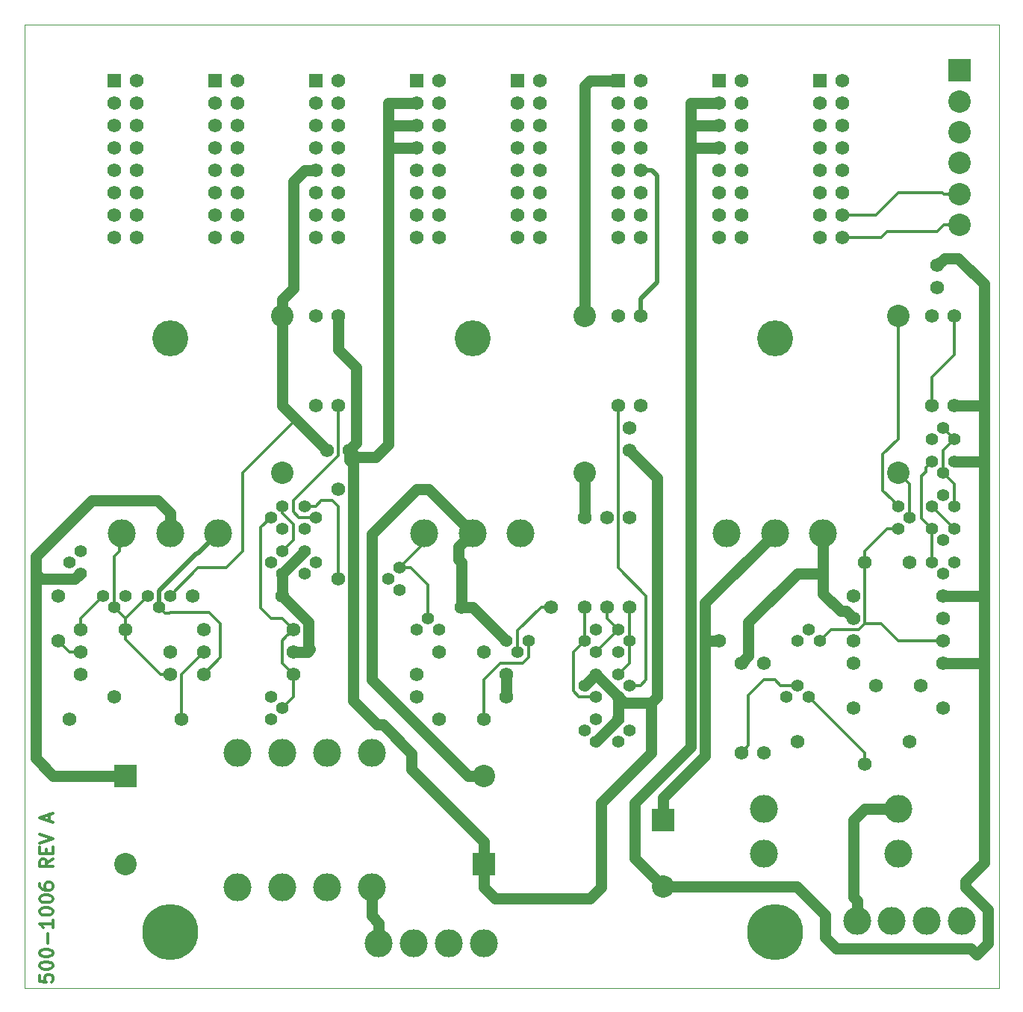
<source format=gtl>
G04 #@! TF.FileFunction,Copper,L1,Top,Signal*
%FSLAX46Y46*%
G04 Gerber Fmt 4.6, Leading zero omitted, Abs format (unit mm)*
G04 Created by KiCad (PCBNEW 4.0.6) date 04/10/17 20:11:08*
%MOMM*%
%LPD*%
G01*
G04 APERTURE LIST*
%ADD10C,0.100000*%
%ADD11C,0.300000*%
%ADD12C,0.025400*%
%ADD13C,1.574800*%
%ADD14R,2.540000X2.540000*%
%ADD15C,2.540000*%
%ADD16C,3.175000*%
%ADD17R,1.574800X1.574800*%
%ADD18C,1.397000*%
%ADD19C,6.350000*%
%ADD20C,4.064000*%
%ADD21C,0.304800*%
%ADD22C,1.270000*%
%ADD23C,0.508000*%
G04 APERTURE END LIST*
D10*
D11*
X103318571Y-145874283D02*
X103318571Y-146588569D01*
X104032857Y-146659998D01*
X103961429Y-146588569D01*
X103890000Y-146445712D01*
X103890000Y-146088569D01*
X103961429Y-145945712D01*
X104032857Y-145874283D01*
X104175714Y-145802855D01*
X104532857Y-145802855D01*
X104675714Y-145874283D01*
X104747143Y-145945712D01*
X104818571Y-146088569D01*
X104818571Y-146445712D01*
X104747143Y-146588569D01*
X104675714Y-146659998D01*
X103318571Y-144874284D02*
X103318571Y-144731427D01*
X103390000Y-144588570D01*
X103461429Y-144517141D01*
X103604286Y-144445712D01*
X103890000Y-144374284D01*
X104247143Y-144374284D01*
X104532857Y-144445712D01*
X104675714Y-144517141D01*
X104747143Y-144588570D01*
X104818571Y-144731427D01*
X104818571Y-144874284D01*
X104747143Y-145017141D01*
X104675714Y-145088570D01*
X104532857Y-145159998D01*
X104247143Y-145231427D01*
X103890000Y-145231427D01*
X103604286Y-145159998D01*
X103461429Y-145088570D01*
X103390000Y-145017141D01*
X103318571Y-144874284D01*
X103318571Y-143445713D02*
X103318571Y-143302856D01*
X103390000Y-143159999D01*
X103461429Y-143088570D01*
X103604286Y-143017141D01*
X103890000Y-142945713D01*
X104247143Y-142945713D01*
X104532857Y-143017141D01*
X104675714Y-143088570D01*
X104747143Y-143159999D01*
X104818571Y-143302856D01*
X104818571Y-143445713D01*
X104747143Y-143588570D01*
X104675714Y-143659999D01*
X104532857Y-143731427D01*
X104247143Y-143802856D01*
X103890000Y-143802856D01*
X103604286Y-143731427D01*
X103461429Y-143659999D01*
X103390000Y-143588570D01*
X103318571Y-143445713D01*
X104247143Y-142302856D02*
X104247143Y-141159999D01*
X104818571Y-139659999D02*
X104818571Y-140517142D01*
X104818571Y-140088570D02*
X103318571Y-140088570D01*
X103532857Y-140231427D01*
X103675714Y-140374285D01*
X103747143Y-140517142D01*
X103318571Y-138731428D02*
X103318571Y-138588571D01*
X103390000Y-138445714D01*
X103461429Y-138374285D01*
X103604286Y-138302856D01*
X103890000Y-138231428D01*
X104247143Y-138231428D01*
X104532857Y-138302856D01*
X104675714Y-138374285D01*
X104747143Y-138445714D01*
X104818571Y-138588571D01*
X104818571Y-138731428D01*
X104747143Y-138874285D01*
X104675714Y-138945714D01*
X104532857Y-139017142D01*
X104247143Y-139088571D01*
X103890000Y-139088571D01*
X103604286Y-139017142D01*
X103461429Y-138945714D01*
X103390000Y-138874285D01*
X103318571Y-138731428D01*
X103318571Y-137302857D02*
X103318571Y-137160000D01*
X103390000Y-137017143D01*
X103461429Y-136945714D01*
X103604286Y-136874285D01*
X103890000Y-136802857D01*
X104247143Y-136802857D01*
X104532857Y-136874285D01*
X104675714Y-136945714D01*
X104747143Y-137017143D01*
X104818571Y-137160000D01*
X104818571Y-137302857D01*
X104747143Y-137445714D01*
X104675714Y-137517143D01*
X104532857Y-137588571D01*
X104247143Y-137660000D01*
X103890000Y-137660000D01*
X103604286Y-137588571D01*
X103461429Y-137517143D01*
X103390000Y-137445714D01*
X103318571Y-137302857D01*
X103318571Y-135517143D02*
X103318571Y-135802857D01*
X103390000Y-135945714D01*
X103461429Y-136017143D01*
X103675714Y-136160000D01*
X103961429Y-136231429D01*
X104532857Y-136231429D01*
X104675714Y-136160000D01*
X104747143Y-136088572D01*
X104818571Y-135945714D01*
X104818571Y-135660000D01*
X104747143Y-135517143D01*
X104675714Y-135445714D01*
X104532857Y-135374286D01*
X104175714Y-135374286D01*
X104032857Y-135445714D01*
X103961429Y-135517143D01*
X103890000Y-135660000D01*
X103890000Y-135945714D01*
X103961429Y-136088572D01*
X104032857Y-136160000D01*
X104175714Y-136231429D01*
X104818571Y-132731429D02*
X104104286Y-133231429D01*
X104818571Y-133588572D02*
X103318571Y-133588572D01*
X103318571Y-133017144D01*
X103390000Y-132874286D01*
X103461429Y-132802858D01*
X103604286Y-132731429D01*
X103818571Y-132731429D01*
X103961429Y-132802858D01*
X104032857Y-132874286D01*
X104104286Y-133017144D01*
X104104286Y-133588572D01*
X104032857Y-132088572D02*
X104032857Y-131588572D01*
X104818571Y-131374286D02*
X104818571Y-132088572D01*
X103318571Y-132088572D01*
X103318571Y-131374286D01*
X103318571Y-130945715D02*
X104818571Y-130445715D01*
X103318571Y-129945715D01*
X104390000Y-128374287D02*
X104390000Y-127660001D01*
X104818571Y-128517144D02*
X103318571Y-128017144D01*
X104818571Y-127517144D01*
D12*
X212090000Y-147320000D02*
X101600000Y-147320000D01*
X212090000Y-38100000D02*
X212090000Y-147320000D01*
X101600000Y-38100000D02*
X212090000Y-38100000D01*
X101600000Y-147320000D02*
X101600000Y-38100000D01*
D13*
X203200000Y-113030000D03*
X198120000Y-113030000D03*
X196850000Y-99060000D03*
X201930000Y-99060000D03*
X205105000Y-67945000D03*
X205105000Y-65405000D03*
X105410000Y-102870000D03*
X105410000Y-107950000D03*
X113030000Y-106680000D03*
X107950000Y-106680000D03*
X135890000Y-86360000D03*
X138430000Y-86360000D03*
X153670000Y-116840000D03*
X148590000Y-116840000D03*
X170180000Y-86360000D03*
X170180000Y-83820000D03*
D14*
X113030000Y-123270000D03*
D15*
X113030000Y-133270000D03*
D14*
X153670000Y-133270000D03*
D15*
X153670000Y-123270000D03*
D14*
X173990000Y-128330000D03*
D15*
X173990000Y-135830000D03*
D13*
X148590000Y-109220000D03*
X153670000Y-109220000D03*
D16*
X125730000Y-120650000D03*
X125730000Y-135890000D03*
X130810000Y-120650000D03*
X130810000Y-135890000D03*
X135890000Y-135890000D03*
X135890000Y-120650000D03*
X140970000Y-135890000D03*
X140970000Y-120650000D03*
X185420000Y-132080000D03*
X200660000Y-132080000D03*
X185420000Y-127000000D03*
X200660000Y-127000000D03*
D17*
X111760000Y-44450000D03*
D13*
X114300000Y-44450000D03*
X111760000Y-46990000D03*
X114300000Y-46990000D03*
X111760000Y-49530000D03*
X114300000Y-49530000D03*
X111760000Y-52070000D03*
X114300000Y-52070000D03*
X111760000Y-54610000D03*
X114300000Y-54610000D03*
X111760000Y-57150000D03*
X114300000Y-57150000D03*
X111760000Y-59690000D03*
X114300000Y-59690000D03*
X111760000Y-62230000D03*
X114300000Y-62230000D03*
D17*
X123190000Y-44450000D03*
D13*
X125730000Y-44450000D03*
X123190000Y-46990000D03*
X125730000Y-46990000D03*
X123190000Y-49530000D03*
X125730000Y-49530000D03*
X123190000Y-52070000D03*
X125730000Y-52070000D03*
X123190000Y-54610000D03*
X125730000Y-54610000D03*
X123190000Y-57150000D03*
X125730000Y-57150000D03*
X123190000Y-59690000D03*
X125730000Y-59690000D03*
X123190000Y-62230000D03*
X125730000Y-62230000D03*
D17*
X134620000Y-44450000D03*
D13*
X137160000Y-44450000D03*
X134620000Y-46990000D03*
X137160000Y-46990000D03*
X134620000Y-49530000D03*
X137160000Y-49530000D03*
X134620000Y-52070000D03*
X137160000Y-52070000D03*
X134620000Y-54610000D03*
X137160000Y-54610000D03*
X134620000Y-57150000D03*
X137160000Y-57150000D03*
X134620000Y-59690000D03*
X137160000Y-59690000D03*
X134620000Y-62230000D03*
X137160000Y-62230000D03*
D17*
X146050000Y-44450000D03*
D13*
X148590000Y-44450000D03*
X146050000Y-46990000D03*
X148590000Y-46990000D03*
X146050000Y-49530000D03*
X148590000Y-49530000D03*
X146050000Y-52070000D03*
X148590000Y-52070000D03*
X146050000Y-54610000D03*
X148590000Y-54610000D03*
X146050000Y-57150000D03*
X148590000Y-57150000D03*
X146050000Y-59690000D03*
X148590000Y-59690000D03*
X146050000Y-62230000D03*
X148590000Y-62230000D03*
D17*
X157480000Y-44450000D03*
D13*
X160020000Y-44450000D03*
X157480000Y-46990000D03*
X160020000Y-46990000D03*
X157480000Y-49530000D03*
X160020000Y-49530000D03*
X157480000Y-52070000D03*
X160020000Y-52070000D03*
X157480000Y-54610000D03*
X160020000Y-54610000D03*
X157480000Y-57150000D03*
X160020000Y-57150000D03*
X157480000Y-59690000D03*
X160020000Y-59690000D03*
X157480000Y-62230000D03*
X160020000Y-62230000D03*
D17*
X168910000Y-44450000D03*
D13*
X171450000Y-44450000D03*
X168910000Y-46990000D03*
X171450000Y-46990000D03*
X168910000Y-49530000D03*
X171450000Y-49530000D03*
X168910000Y-52070000D03*
X171450000Y-52070000D03*
X168910000Y-54610000D03*
X171450000Y-54610000D03*
X168910000Y-57150000D03*
X171450000Y-57150000D03*
X168910000Y-59690000D03*
X171450000Y-59690000D03*
X168910000Y-62230000D03*
X171450000Y-62230000D03*
D17*
X180340000Y-44450000D03*
D13*
X182880000Y-44450000D03*
X180340000Y-46990000D03*
X182880000Y-46990000D03*
X180340000Y-49530000D03*
X182880000Y-49530000D03*
X180340000Y-52070000D03*
X182880000Y-52070000D03*
X180340000Y-54610000D03*
X182880000Y-54610000D03*
X180340000Y-57150000D03*
X182880000Y-57150000D03*
X180340000Y-59690000D03*
X182880000Y-59690000D03*
X180340000Y-62230000D03*
X182880000Y-62230000D03*
D17*
X191770000Y-44450000D03*
D13*
X194310000Y-44450000D03*
X191770000Y-46990000D03*
X194310000Y-46990000D03*
X191770000Y-49530000D03*
X194310000Y-49530000D03*
X191770000Y-52070000D03*
X194310000Y-52070000D03*
X191770000Y-54610000D03*
X194310000Y-54610000D03*
X191770000Y-57150000D03*
X194310000Y-57150000D03*
X191770000Y-59690000D03*
X194310000Y-59690000D03*
X191770000Y-62230000D03*
X194310000Y-62230000D03*
D16*
X207873600Y-139700000D03*
X203911200Y-139700000D03*
X199948800Y-139700000D03*
X195986400Y-139700000D03*
X153670000Y-142240000D03*
X149707600Y-142240000D03*
X145745200Y-142240000D03*
X141782800Y-142240000D03*
D18*
X189230000Y-107950000D03*
X190500000Y-106680000D03*
X191770000Y-107950000D03*
X205740000Y-96520000D03*
X204470000Y-95250000D03*
X207010000Y-95250000D03*
X207010000Y-92710000D03*
X204470000Y-92710000D03*
X205740000Y-91440000D03*
X205740000Y-88900000D03*
X204470000Y-87630000D03*
X207010000Y-87630000D03*
X207010000Y-85090000D03*
X204470000Y-85090000D03*
X205740000Y-83820000D03*
X200660000Y-92710000D03*
X201930000Y-93980000D03*
X200660000Y-95250000D03*
X107950000Y-100330000D03*
X106680000Y-99060000D03*
X107950000Y-97790000D03*
X129540000Y-93980000D03*
X130810000Y-92710000D03*
X130810000Y-95250000D03*
X133350000Y-95250000D03*
X133350000Y-92710000D03*
X134620000Y-93980000D03*
X129540000Y-99060000D03*
X130810000Y-97790000D03*
X130810000Y-100330000D03*
X133350000Y-100330000D03*
X133350000Y-97790000D03*
X134620000Y-99060000D03*
X118110000Y-102870000D03*
X116840000Y-104140000D03*
X115570000Y-102870000D03*
X158750000Y-107950000D03*
X157480000Y-109220000D03*
X156210000Y-107950000D03*
X146050000Y-106680000D03*
X147320000Y-105410000D03*
X148590000Y-106680000D03*
X170180000Y-107950000D03*
X168910000Y-109220000D03*
X168910000Y-106680000D03*
X166370000Y-106680000D03*
X166370000Y-109220000D03*
X165100000Y-107950000D03*
X165100000Y-118110000D03*
X166370000Y-116840000D03*
X166370000Y-119380000D03*
X168910000Y-119380000D03*
X168910000Y-116840000D03*
X170180000Y-118110000D03*
X165100000Y-113030000D03*
X166370000Y-111760000D03*
X166370000Y-114300000D03*
X168910000Y-114300000D03*
X168910000Y-111760000D03*
X170180000Y-113030000D03*
X144145000Y-102235000D03*
X142875000Y-100965000D03*
X144145000Y-99695000D03*
D13*
X195580000Y-115570000D03*
X205740000Y-115570000D03*
X201930000Y-119380000D03*
X196850000Y-121920000D03*
X189230000Y-119380000D03*
X185420000Y-120650000D03*
X185420000Y-110490000D03*
X195580000Y-107950000D03*
X205740000Y-107950000D03*
X195580000Y-102870000D03*
X205740000Y-102870000D03*
X195580000Y-110490000D03*
X205740000Y-110490000D03*
X182880000Y-110490000D03*
X182880000Y-120650000D03*
X195580000Y-105410000D03*
X205740000Y-105410000D03*
X204470000Y-71120000D03*
X204470000Y-81280000D03*
X207010000Y-71120000D03*
X207010000Y-81280000D03*
X132080000Y-106680000D03*
X121920000Y-106680000D03*
X106680000Y-116840000D03*
X111760000Y-114300000D03*
X119380000Y-116840000D03*
X121920000Y-109220000D03*
X132080000Y-109220000D03*
X107950000Y-111760000D03*
X118110000Y-111760000D03*
X120650000Y-102870000D03*
X130810000Y-102870000D03*
X107950000Y-109220000D03*
X118110000Y-109220000D03*
X121920000Y-111760000D03*
X132080000Y-111760000D03*
X137160000Y-90805000D03*
X137160000Y-100965000D03*
X134620000Y-71120000D03*
X134620000Y-81280000D03*
X137160000Y-81280000D03*
X137160000Y-71120000D03*
X146050000Y-114300000D03*
X156210000Y-114300000D03*
X151130000Y-104140000D03*
X161290000Y-104140000D03*
X146050000Y-111760000D03*
X156210000Y-111760000D03*
X165100000Y-93980000D03*
X165100000Y-104140000D03*
X167640000Y-93980000D03*
X167640000Y-104140000D03*
X170180000Y-93980000D03*
X170180000Y-104140000D03*
X168910000Y-71120000D03*
X168910000Y-81280000D03*
X171450000Y-81280000D03*
X171450000Y-71120000D03*
D18*
X187960000Y-114300000D03*
X189230000Y-113030000D03*
X190500000Y-114300000D03*
X129540000Y-114300000D03*
X130810000Y-115570000D03*
X129540000Y-116840000D03*
D15*
X200660000Y-88900000D03*
X200660000Y-71120000D03*
X130810000Y-88900000D03*
X130810000Y-71120000D03*
X165100000Y-71120000D03*
X165100000Y-88900000D03*
D19*
X186690000Y-140970000D03*
X118110000Y-140970000D03*
D18*
X207010000Y-99060000D03*
X205740000Y-100330000D03*
X204470000Y-99060000D03*
X113030000Y-102870000D03*
X111760000Y-104140000D03*
X110490000Y-102870000D03*
D16*
X146939000Y-95758000D03*
X152400000Y-95758000D03*
X157861000Y-95758000D03*
D20*
X152400000Y-73660000D03*
D16*
X112649000Y-95758000D03*
X118110000Y-95758000D03*
X123571000Y-95758000D03*
D20*
X118110000Y-73660000D03*
D16*
X181229000Y-95758000D03*
X186690000Y-95758000D03*
X192151000Y-95758000D03*
D20*
X186690000Y-73660000D03*
D14*
X207645000Y-43320000D03*
D15*
X207645000Y-46820000D03*
X207645000Y-50320000D03*
X207645000Y-53820000D03*
X207645000Y-57320000D03*
X207645000Y-60820000D03*
D13*
X180340000Y-107950000D03*
D21*
X196850000Y-97790000D02*
X196850000Y-99060000D01*
X199390000Y-95250000D02*
X196850000Y-97790000D01*
X200660000Y-95250000D02*
X199390000Y-95250000D01*
X196850000Y-99060000D02*
X196850000Y-105410000D01*
X196850000Y-106045000D02*
X196850000Y-105410000D01*
X198755000Y-106045000D02*
X196850000Y-106045000D01*
X200660000Y-107950000D02*
X198755000Y-106045000D01*
X204626449Y-107950000D02*
X200660000Y-107950000D01*
X205740000Y-107950000D02*
X204626449Y-107950000D01*
X193040000Y-106680000D02*
X191770000Y-107950000D01*
X196850000Y-106045000D02*
X196215000Y-106680000D01*
X196215000Y-106680000D02*
X193040000Y-106680000D01*
X204470000Y-99060000D02*
X204470000Y-95250000D01*
X203314299Y-94094299D02*
X204470000Y-95250000D01*
X203771501Y-88836501D02*
X203314299Y-89293703D01*
X203314299Y-89293703D02*
X203314299Y-94094299D01*
X204470000Y-87630000D02*
X203771501Y-88328499D01*
X203771501Y-88328499D02*
X203771501Y-88836501D01*
X200660000Y-71120000D02*
X200660000Y-85090000D01*
X200660000Y-85090000D02*
X198932799Y-86817201D01*
X199961501Y-92011501D02*
X200660000Y-92710000D01*
X198932799Y-86817201D02*
X198932799Y-90982799D01*
X198932799Y-90982799D02*
X199961501Y-92011501D01*
D22*
X210400901Y-67525901D02*
X210400901Y-81280000D01*
X205105000Y-65405000D02*
X205892399Y-64617601D01*
X205892399Y-64617601D02*
X207492601Y-64617601D01*
X207492601Y-64617601D02*
X210400901Y-67525901D01*
X210400901Y-81280000D02*
X210400901Y-87630000D01*
X130810000Y-102870000D02*
X133807201Y-105867201D01*
X133807201Y-105867201D02*
X133807201Y-108762799D01*
X133807201Y-108762799D02*
X133985000Y-108940598D01*
X133985000Y-108940598D02*
X133705598Y-109220000D01*
X133705598Y-109220000D02*
X132080000Y-109220000D01*
X130810000Y-102870000D02*
X130810000Y-100330000D01*
X130810000Y-100330000D02*
X133350000Y-97790000D01*
X142875000Y-46990000D02*
X146050000Y-46990000D01*
X142875000Y-49530000D02*
X142875000Y-46990000D01*
X142875000Y-49530000D02*
X146050000Y-49530000D01*
X142875000Y-52070000D02*
X142875000Y-49530000D01*
X142875000Y-52070000D02*
X146050000Y-52070000D01*
X142875000Y-85725000D02*
X142875000Y-52070000D01*
X141452601Y-87147399D02*
X142875000Y-85725000D01*
X138430000Y-86360000D02*
X139217399Y-87147399D01*
X139217399Y-87147399D02*
X141452601Y-87147399D01*
X141605000Y-117475000D02*
X138887201Y-114757201D01*
X138887201Y-114757201D02*
X138887201Y-87930752D01*
X138887201Y-87930752D02*
X138430000Y-87473551D01*
X138430000Y-87473551D02*
X138430000Y-86360000D01*
X142240000Y-117475000D02*
X141605000Y-117475000D01*
X145495000Y-120730000D02*
X142240000Y-117475000D01*
X145495000Y-122555000D02*
X145495000Y-120730000D01*
X153670000Y-133270000D02*
X153670000Y-130730000D01*
X153670000Y-130730000D02*
X145495000Y-122555000D01*
X156210000Y-111760000D02*
X156210000Y-114300000D01*
X165100000Y-113030000D02*
X166370000Y-111760000D01*
X168910000Y-114300000D02*
X166370000Y-111760000D01*
X168910000Y-116840000D02*
X168910000Y-114300000D01*
X166370000Y-119380000D02*
X168910000Y-116840000D01*
X172656501Y-114998499D02*
X172656501Y-120713499D01*
X172656501Y-120713499D02*
X167005000Y-126365000D01*
X167005000Y-126365000D02*
X167005000Y-135890000D01*
X167005000Y-135890000D02*
X165735000Y-137160000D01*
X165735000Y-137160000D02*
X154940000Y-137160000D01*
X154940000Y-137160000D02*
X153670000Y-135890000D01*
X153670000Y-135890000D02*
X153670000Y-133270000D01*
X172656501Y-114998499D02*
X169608499Y-114998499D01*
X173355000Y-114300000D02*
X172656501Y-114998499D01*
X169608499Y-114998499D02*
X168910000Y-114300000D01*
X210400901Y-102870000D02*
X210400901Y-110490000D01*
X210400901Y-110490000D02*
X210400901Y-133134099D01*
X205740000Y-110490000D02*
X210400901Y-110490000D01*
X210400901Y-87630000D02*
X210400901Y-102870000D01*
X205740000Y-102870000D02*
X210400901Y-102870000D01*
X207010000Y-87630000D02*
X210400901Y-87630000D01*
X207010000Y-81280000D02*
X210400901Y-81280000D01*
X208915000Y-142875000D02*
X193675000Y-142875000D01*
X210820000Y-138430000D02*
X210820000Y-142240000D01*
X208280000Y-135255000D02*
X208280000Y-135890000D01*
X210400901Y-133134099D02*
X208280000Y-135255000D01*
X189170000Y-135830000D02*
X173990000Y-135830000D01*
X208280000Y-135890000D02*
X210820000Y-138430000D01*
X210820000Y-142240000D02*
X209550000Y-143510000D01*
X209550000Y-143510000D02*
X208915000Y-142875000D01*
X193675000Y-142875000D02*
X192405000Y-141605000D01*
X192405000Y-141605000D02*
X192405000Y-139065000D01*
X192405000Y-139065000D02*
X189170000Y-135830000D01*
X177165000Y-46990000D02*
X180340000Y-46990000D01*
X177165000Y-49530000D02*
X177165000Y-46990000D01*
X180340000Y-49530000D02*
X177165000Y-49530000D01*
X177165000Y-49530000D02*
X177165000Y-52070000D01*
X177165000Y-52070000D02*
X180340000Y-52070000D01*
X177165000Y-120015000D02*
X177165000Y-52070000D01*
X170815000Y-132655000D02*
X170815000Y-126365000D01*
X170815000Y-126365000D02*
X177165000Y-120015000D01*
X173990000Y-135830000D02*
X170815000Y-132655000D01*
X137160000Y-71120000D02*
X137160000Y-74930000D01*
X137160000Y-74930000D02*
X139217399Y-76987399D01*
X139217399Y-76987399D02*
X139217399Y-85572601D01*
X139217399Y-85572601D02*
X138430000Y-86360000D01*
X170180000Y-86360000D02*
X173355000Y-89535000D01*
X173355000Y-89535000D02*
X173355000Y-114300000D01*
D21*
X113030000Y-106680000D02*
X113030000Y-107793551D01*
X113030000Y-107793551D02*
X116996449Y-111760000D01*
X116996449Y-111760000D02*
X118110000Y-111760000D01*
X114871501Y-103568499D02*
X113030000Y-105410000D01*
X115570000Y-102870000D02*
X114871501Y-103568499D01*
X112395000Y-97790000D02*
X112395000Y-96012000D01*
X112395000Y-96012000D02*
X112649000Y-95758000D01*
X111760000Y-98425000D02*
X112395000Y-97790000D01*
X111760000Y-104140000D02*
X111760000Y-98425000D01*
X113030000Y-106680000D02*
X113030000Y-105410000D01*
X113030000Y-105410000D02*
X111760000Y-104140000D01*
X105410000Y-107950000D02*
X106680000Y-109220000D01*
X106680000Y-109220000D02*
X107950000Y-109220000D01*
X110490000Y-102870000D02*
X107950000Y-105410000D01*
X107950000Y-105410000D02*
X107950000Y-106680000D01*
X132080000Y-96520000D02*
X130810000Y-97790000D01*
X132080000Y-94809562D02*
X132080000Y-96520000D01*
X130810000Y-92710000D02*
X130810000Y-93539562D01*
X130810000Y-93539562D02*
X132080000Y-94809562D01*
D23*
X173355000Y-55245000D02*
X172720000Y-54610000D01*
X172720000Y-54610000D02*
X171450000Y-54610000D01*
X173355000Y-67310000D02*
X173355000Y-55245000D01*
X171450000Y-69215000D02*
X173355000Y-67310000D01*
X171450000Y-71120000D02*
X171450000Y-69215000D01*
D22*
X135890000Y-86360000D02*
X132715000Y-83185000D01*
X132715000Y-83185000D02*
X130810000Y-81280000D01*
D21*
X126365000Y-88900000D02*
X132080000Y-83185000D01*
X132080000Y-83185000D02*
X132715000Y-83185000D01*
X126365000Y-97790000D02*
X126365000Y-88900000D01*
X124460000Y-99695000D02*
X126365000Y-97790000D01*
X121285000Y-99695000D02*
X124460000Y-99695000D01*
X118110000Y-102870000D02*
X121285000Y-99695000D01*
D22*
X130810000Y-81280000D02*
X130810000Y-71120000D01*
X133350000Y-54610000D02*
X134620000Y-54610000D01*
X132080000Y-55880000D02*
X133350000Y-54610000D01*
X132080000Y-68053949D02*
X132080000Y-55880000D01*
X130810000Y-71120000D02*
X130810000Y-69323949D01*
X130810000Y-69323949D02*
X132080000Y-68053949D01*
D21*
X145415000Y-99695000D02*
X144145000Y-99695000D01*
X147320000Y-101600000D02*
X145415000Y-99695000D01*
X147320000Y-105410000D02*
X147320000Y-101600000D01*
X144145000Y-99695000D02*
X146939000Y-96901000D01*
X146939000Y-96901000D02*
X146939000Y-95758000D01*
X158750000Y-107950000D02*
X158750000Y-109855000D01*
X158750000Y-109855000D02*
X158115000Y-110490000D01*
X158115000Y-110490000D02*
X155575000Y-110490000D01*
X155575000Y-110490000D02*
X153670000Y-112395000D01*
X153670000Y-112395000D02*
X153670000Y-116840000D01*
D22*
X165100000Y-71120000D02*
X165100000Y-45085000D01*
X165100000Y-45085000D02*
X165735000Y-44450000D01*
X165735000Y-44450000D02*
X168910000Y-44450000D01*
D21*
X187325000Y-113030000D02*
X189230000Y-113030000D01*
X186690000Y-112395000D02*
X187325000Y-113030000D01*
X185420000Y-112395000D02*
X186690000Y-112395000D01*
X183667399Y-114147601D02*
X185420000Y-112395000D01*
X182880000Y-120650000D02*
X183667399Y-119862601D01*
X183667399Y-119862601D02*
X183667399Y-114147601D01*
X204470000Y-92710000D02*
X207010000Y-95250000D01*
X207010000Y-90170000D02*
X205740000Y-88900000D01*
X207010000Y-92710000D02*
X207010000Y-90170000D01*
X207010000Y-85090000D02*
X205740000Y-86360000D01*
X205740000Y-86360000D02*
X205740000Y-88900000D01*
X205740000Y-83820000D02*
X207010000Y-85090000D01*
X207010000Y-71120000D02*
X207010000Y-75565000D01*
X207010000Y-75565000D02*
X204470000Y-78105000D01*
X204470000Y-78105000D02*
X204470000Y-81280000D01*
X132080000Y-111760000D02*
X132080000Y-114300000D01*
X132080000Y-114300000D02*
X130810000Y-115570000D01*
X130810000Y-107950000D02*
X130810000Y-110490000D01*
X130810000Y-110490000D02*
X132080000Y-111760000D01*
X131292601Y-107467399D02*
X130810000Y-107950000D01*
X132080000Y-106680000D02*
X131292601Y-107467399D01*
X129540000Y-105410000D02*
X130810000Y-105410000D01*
X130810000Y-105410000D02*
X132080000Y-106680000D01*
X128384299Y-104254299D02*
X129540000Y-105410000D01*
X129540000Y-93980000D02*
X128384299Y-95135701D01*
X128384299Y-95135701D02*
X128384299Y-104254299D01*
X135255000Y-92075000D02*
X134620000Y-92710000D01*
X134620000Y-92710000D02*
X133350000Y-92710000D01*
X136525000Y-92075000D02*
X135255000Y-92075000D01*
X137160000Y-92710000D02*
X136525000Y-92075000D01*
X137160000Y-100965000D02*
X137160000Y-92710000D01*
X134620000Y-93980000D02*
X132715000Y-93980000D01*
X132715000Y-93980000D02*
X132080000Y-93345000D01*
X132080000Y-93345000D02*
X132080000Y-92075000D01*
X132080000Y-92075000D02*
X137160000Y-86995000D01*
X137160000Y-86995000D02*
X137160000Y-81280000D01*
X161290000Y-104140000D02*
X160176449Y-104140000D01*
X160176449Y-104140000D02*
X157480000Y-106836449D01*
X157480000Y-106836449D02*
X157480000Y-109220000D01*
X170180000Y-107950000D02*
X170180000Y-110490000D01*
X170180000Y-110490000D02*
X168910000Y-111760000D01*
X170180000Y-104140000D02*
X170180000Y-105253551D01*
X170180000Y-105253551D02*
X170180000Y-107950000D01*
X167640000Y-104140000D02*
X167640000Y-105410000D01*
X167640000Y-105410000D02*
X168910000Y-106680000D01*
X168910000Y-106680000D02*
X168211501Y-107378499D01*
X168211501Y-107378499D02*
X166370000Y-109220000D01*
X163830000Y-113665000D02*
X164465000Y-114300000D01*
X164465000Y-114300000D02*
X166370000Y-114300000D01*
X163830000Y-109220000D02*
X163830000Y-113665000D01*
X165100000Y-107950000D02*
X163830000Y-109220000D01*
X165100000Y-104140000D02*
X165100000Y-107950000D01*
X171450000Y-113030000D02*
X170180000Y-113030000D01*
X172085000Y-112395000D02*
X171450000Y-113030000D01*
X172085000Y-102870000D02*
X172085000Y-112395000D01*
X168910000Y-99695000D02*
X172085000Y-102870000D01*
X168910000Y-81280000D02*
X168910000Y-99695000D01*
X196850000Y-121920000D02*
X196850000Y-120650000D01*
X196850000Y-120650000D02*
X190500000Y-114300000D01*
X121920000Y-109220000D02*
X119380000Y-111760000D01*
X119380000Y-111760000D02*
X119380000Y-116840000D01*
X200660000Y-57150000D02*
X198120000Y-59690000D01*
X198120000Y-59690000D02*
X194310000Y-59690000D01*
X205678949Y-57150000D02*
X200660000Y-57150000D01*
X207645000Y-57320000D02*
X205848949Y-57320000D01*
X205848949Y-57320000D02*
X205678949Y-57150000D01*
X198755000Y-62230000D02*
X194310000Y-62230000D01*
X199390000Y-61595000D02*
X198755000Y-62230000D01*
X205073949Y-61595000D02*
X199390000Y-61595000D01*
X207645000Y-60820000D02*
X205848949Y-60820000D01*
X205848949Y-60820000D02*
X205073949Y-61595000D01*
D22*
X102870000Y-98425000D02*
X102870000Y-100330000D01*
X102870000Y-100330000D02*
X102870000Y-121285000D01*
X107315000Y-100965000D02*
X103505000Y-100965000D01*
X103505000Y-100965000D02*
X102870000Y-100330000D01*
X107950000Y-100330000D02*
X107315000Y-100965000D01*
X118110000Y-95758000D02*
X118110000Y-93512936D01*
X104855000Y-123270000D02*
X113030000Y-123270000D01*
X118110000Y-93512936D02*
X116672064Y-92075000D01*
X116672064Y-92075000D02*
X109220000Y-92075000D01*
X109220000Y-92075000D02*
X102870000Y-98425000D01*
X102870000Y-121285000D02*
X104855000Y-123270000D01*
X151873949Y-123270000D02*
X153670000Y-123270000D01*
X140970000Y-95885000D02*
X140970000Y-112366051D01*
X146050000Y-90805000D02*
X140970000Y-95885000D01*
X147447000Y-90805000D02*
X146050000Y-90805000D01*
X152400000Y-95758000D02*
X147447000Y-90805000D01*
X140970000Y-112366051D02*
X151873949Y-123270000D01*
X152400000Y-95758000D02*
X150812501Y-97345499D01*
X150812501Y-98742501D02*
X151130000Y-99060000D01*
X151130000Y-99060000D02*
X151130000Y-104140000D01*
X150812501Y-97345499D02*
X150812501Y-98742501D01*
X151130000Y-104140000D02*
X152400000Y-104140000D01*
X152400000Y-104140000D02*
X156210000Y-107950000D01*
X178739811Y-103708189D02*
X178739811Y-107950000D01*
X178739811Y-107950000D02*
X178739811Y-121040189D01*
X180340000Y-107950000D02*
X178739811Y-107950000D01*
X173990000Y-125790000D02*
X173990000Y-128330000D01*
X178739811Y-121040189D02*
X173990000Y-125790000D01*
X186690000Y-95758000D02*
X178739811Y-103708189D01*
X140970000Y-139182136D02*
X140970000Y-135890000D01*
X141782800Y-142240000D02*
X141782800Y-139994936D01*
X141782800Y-139994936D02*
X140970000Y-139182136D01*
X195986400Y-139700000D02*
X195986400Y-137454936D01*
X195986400Y-137454936D02*
X195580000Y-137048536D01*
X195580000Y-137048536D02*
X195580000Y-128270000D01*
X195580000Y-128270000D02*
X196850000Y-127000000D01*
X196850000Y-127000000D02*
X200660000Y-127000000D01*
X192151000Y-102616000D02*
X192151000Y-100330000D01*
X192151000Y-100330000D02*
X192151000Y-95758000D01*
X183667399Y-105892601D02*
X189230000Y-100330000D01*
X189230000Y-100330000D02*
X192151000Y-100330000D01*
X182880000Y-110490000D02*
X183667399Y-109702601D01*
X183667399Y-109702601D02*
X183667399Y-105892601D01*
X194157601Y-104622601D02*
X192151000Y-102616000D01*
X195580000Y-105410000D02*
X194792601Y-104622601D01*
X194792601Y-104622601D02*
X194157601Y-104622601D01*
D21*
X201930000Y-93980000D02*
X201929999Y-90169999D01*
X201929999Y-90169999D02*
X200660000Y-88900000D01*
X118110000Y-104775000D02*
X118046501Y-104838499D01*
X118046501Y-104838499D02*
X117538499Y-104838499D01*
X117538499Y-104838499D02*
X116840000Y-104140000D01*
X122555000Y-104775000D02*
X118110000Y-104775000D01*
X123825000Y-106045000D02*
X122555000Y-104775000D01*
X123825000Y-109855000D02*
X123825000Y-106045000D01*
X121920000Y-111760000D02*
X123825000Y-109855000D01*
D23*
X116840000Y-103152172D02*
X116840000Y-104140000D01*
X121285000Y-98044000D02*
X121075194Y-98044000D01*
X121075194Y-98044000D02*
X116840000Y-102279194D01*
X116840000Y-102279194D02*
X116840000Y-103152172D01*
X123571000Y-95758000D02*
X121285000Y-98044000D01*
D22*
X165100000Y-88900000D02*
X165100000Y-93980000D01*
M02*

</source>
